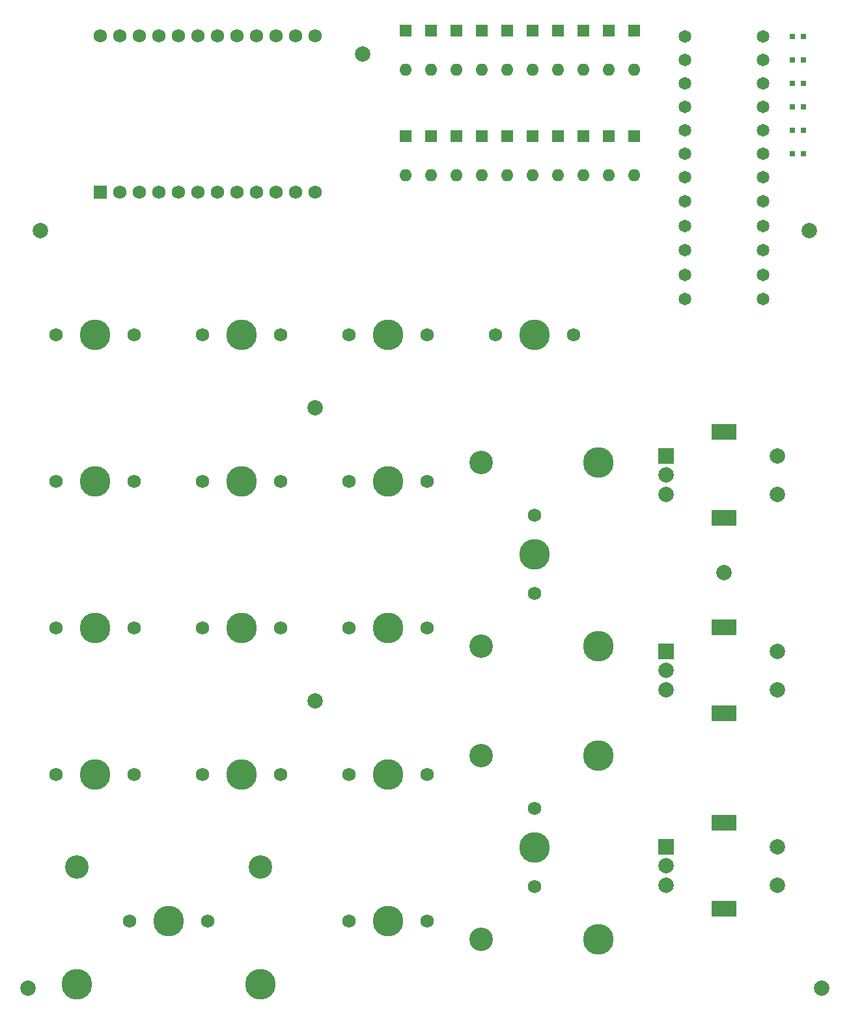
<source format=gts>
%TF.GenerationSoftware,KiCad,Pcbnew,(5.1.10)-1*%
%TF.CreationDate,2021-10-28T11:13:53+08:00*%
%TF.ProjectId,EGPad,45475061-642e-46b6-9963-61645f706362,rev?*%
%TF.SameCoordinates,Original*%
%TF.FileFunction,Soldermask,Top*%
%TF.FilePolarity,Negative*%
%FSLAX46Y46*%
G04 Gerber Fmt 4.6, Leading zero omitted, Abs format (unit mm)*
G04 Created by KiCad (PCBNEW (5.1.10)-1) date 2021-10-28 11:13:53*
%MOMM*%
%LPD*%
G01*
G04 APERTURE LIST*
%ADD10C,1.750000*%
%ADD11C,3.987800*%
%ADD12C,3.048000*%
%ADD13R,1.600000X1.600000*%
%ADD14O,1.600000X1.600000*%
%ADD15C,1.752600*%
%ADD16R,1.752600X1.752600*%
%ADD17C,2.000000*%
%ADD18R,3.200000X2.000000*%
%ADD19R,2.000000X2.000000*%
%ADD20C,1.651000*%
%ADD21R,0.800000X0.750000*%
G04 APERTURE END LIST*
D10*
%TO.C,MX15*%
X164623750Y-73818750D03*
X154463750Y-73818750D03*
D11*
X159543750Y-73818750D03*
%TD*%
%TO.C,MX5*%
X111918750Y-150018750D03*
D10*
X106838750Y-150018750D03*
X116998750Y-150018750D03*
D12*
X99980750Y-143033750D03*
X123856750Y-143033750D03*
D11*
X99980750Y-158273750D03*
X123856750Y-158273750D03*
%TD*%
%TO.C,MX17*%
X159543750Y-140493750D03*
D10*
X159543750Y-145573750D03*
X159543750Y-135413750D03*
D12*
X152558750Y-152431750D03*
X152558750Y-128555750D03*
D11*
X167798750Y-152431750D03*
X167798750Y-128555750D03*
%TD*%
%TO.C,MX16*%
X159543750Y-102393750D03*
D10*
X159543750Y-107473750D03*
X159543750Y-97313750D03*
D12*
X152558750Y-114331750D03*
X152558750Y-90455750D03*
D11*
X167798750Y-114331750D03*
X167798750Y-90455750D03*
%TD*%
D10*
%TO.C,MX11*%
X145573750Y-73818750D03*
X135413750Y-73818750D03*
D11*
X140493750Y-73818750D03*
%TD*%
D10*
%TO.C,MX8*%
X126523750Y-111918750D03*
X116363750Y-111918750D03*
D11*
X121443750Y-111918750D03*
%TD*%
D10*
%TO.C,MX4*%
X107473750Y-130968750D03*
X97313750Y-130968750D03*
D11*
X102393750Y-130968750D03*
%TD*%
D10*
%TO.C,MX14*%
X145573750Y-130968750D03*
X135413750Y-130968750D03*
D11*
X140493750Y-130968750D03*
%TD*%
D10*
%TO.C,MX13*%
X145573750Y-111918750D03*
X135413750Y-111918750D03*
D11*
X140493750Y-111918750D03*
%TD*%
D10*
%TO.C,MX12*%
X145573750Y-92868750D03*
X135413750Y-92868750D03*
D11*
X140493750Y-92868750D03*
%TD*%
D10*
%TO.C,MX10*%
X145573750Y-150018750D03*
X135413750Y-150018750D03*
D11*
X140493750Y-150018750D03*
%TD*%
D10*
%TO.C,MX9*%
X126523750Y-130968750D03*
X116363750Y-130968750D03*
D11*
X121443750Y-130968750D03*
%TD*%
D10*
%TO.C,MX7*%
X126523750Y-92868750D03*
X116363750Y-92868750D03*
D11*
X121443750Y-92868750D03*
%TD*%
D10*
%TO.C,MX6*%
X126523750Y-73818750D03*
X116363750Y-73818750D03*
D11*
X121443750Y-73818750D03*
%TD*%
D10*
%TO.C,MX3*%
X107473750Y-111918750D03*
X97313750Y-111918750D03*
D11*
X102393750Y-111918750D03*
%TD*%
D10*
%TO.C,MX2*%
X107473750Y-92868750D03*
X97313750Y-92868750D03*
D11*
X102393750Y-92868750D03*
%TD*%
D10*
%TO.C,MX1*%
X107473750Y-73818750D03*
X97313750Y-73818750D03*
D11*
X102393750Y-73818750D03*
%TD*%
D13*
%TO.C,D20*%
X172466000Y-34290000D03*
D14*
X172466000Y-39370000D03*
%TD*%
D13*
%TO.C,D19*%
X172466000Y-48006000D03*
D14*
X172466000Y-53086000D03*
%TD*%
D13*
%TO.C,D18*%
X169164000Y-48006000D03*
D14*
X169164000Y-53086000D03*
%TD*%
D13*
%TO.C,D17*%
X159258000Y-48006000D03*
D14*
X159258000Y-53086000D03*
%TD*%
D13*
%TO.C,D16*%
X162560000Y-48006000D03*
D14*
X162560000Y-53086000D03*
%TD*%
D13*
%TO.C,D15*%
X165862000Y-48006000D03*
D14*
X165862000Y-53086000D03*
%TD*%
%TO.C,D14*%
X152654000Y-53086000D03*
D13*
X152654000Y-48006000D03*
%TD*%
%TO.C,D13*%
X149352000Y-48006000D03*
D14*
X149352000Y-53086000D03*
%TD*%
D13*
%TO.C,D12*%
X146050000Y-48006000D03*
D14*
X146050000Y-53086000D03*
%TD*%
D13*
%TO.C,D11*%
X142748000Y-48006000D03*
D14*
X142748000Y-53086000D03*
%TD*%
D13*
%TO.C,D10*%
X155956000Y-48006000D03*
D14*
X155956000Y-53086000D03*
%TD*%
D13*
%TO.C,D9*%
X159258000Y-34290000D03*
D14*
X159258000Y-39370000D03*
%TD*%
D13*
%TO.C,D8*%
X162560000Y-34290000D03*
D14*
X162560000Y-39370000D03*
%TD*%
D13*
%TO.C,D7*%
X165862000Y-34290000D03*
D14*
X165862000Y-39370000D03*
%TD*%
D13*
%TO.C,D6*%
X169164000Y-34290000D03*
D14*
X169164000Y-39370000D03*
%TD*%
D13*
%TO.C,D5*%
X155956000Y-34290000D03*
D14*
X155956000Y-39370000D03*
%TD*%
D13*
%TO.C,D4*%
X152654000Y-34290000D03*
D14*
X152654000Y-39370000D03*
%TD*%
D13*
%TO.C,D3*%
X149352000Y-34290000D03*
D14*
X149352000Y-39370000D03*
%TD*%
D13*
%TO.C,D2*%
X146050000Y-34290000D03*
D14*
X146050000Y-39370000D03*
%TD*%
D13*
%TO.C,D1*%
X142748000Y-34290000D03*
D14*
X142748000Y-39370000D03*
%TD*%
D15*
%TO.C,U1*%
X103033610Y-35040202D03*
X130973610Y-55280202D03*
X105573610Y-35040202D03*
X108113610Y-35040202D03*
X110653610Y-35040202D03*
X113193610Y-35040202D03*
X115733610Y-35040202D03*
X118273610Y-35040202D03*
X120813610Y-35040202D03*
X123353610Y-35040202D03*
X125893610Y-35040202D03*
X128433610Y-35040202D03*
X130973610Y-35040202D03*
X128433610Y-55280202D03*
X125893610Y-55280202D03*
X123353610Y-55280202D03*
X120813610Y-55280202D03*
X118273610Y-55280202D03*
X115733610Y-55280202D03*
X113193610Y-55280202D03*
X110653610Y-55280202D03*
X108113610Y-55280202D03*
X105573610Y-55280202D03*
D16*
X103033610Y-55280202D03*
%TD*%
D17*
%TO.C,M2*%
X137160000Y-37338000D03*
%TD*%
%TO.C,M2*%
X184150000Y-104775000D03*
%TD*%
%TO.C,M2*%
X130968750Y-121443750D03*
%TD*%
%TO.C,M2*%
X130968750Y-83343750D03*
%TD*%
%TO.C,M2*%
X93662500Y-158750000D03*
%TD*%
%TO.C,M2*%
X196850000Y-158750000D03*
%TD*%
%TO.C,M2*%
X195262500Y-60325000D03*
%TD*%
%TO.C,M2*%
X95250000Y-60325000D03*
%TD*%
%TO.C,SW3*%
X191150000Y-145375000D03*
X191150000Y-140375000D03*
D18*
X184150000Y-148475000D03*
X184150000Y-137275000D03*
D17*
X176650000Y-145375000D03*
X176650000Y-142875000D03*
D19*
X176650000Y-140375000D03*
%TD*%
D17*
%TO.C,SW2*%
X191150000Y-119975000D03*
X191150000Y-114975000D03*
D18*
X184150000Y-123075000D03*
X184150000Y-111875000D03*
D17*
X176650000Y-119975000D03*
X176650000Y-117475000D03*
D19*
X176650000Y-114975000D03*
%TD*%
D17*
%TO.C,SW1*%
X191150000Y-94575000D03*
X191150000Y-89575000D03*
D18*
X184150000Y-97675000D03*
X184150000Y-86475000D03*
D17*
X176650000Y-94575000D03*
X176650000Y-92075000D03*
D19*
X176650000Y-89575000D03*
%TD*%
D20*
%TO.C,R12*%
X189293500Y-53340000D03*
X179133500Y-53340000D03*
%TD*%
%TO.C,R11*%
X189293500Y-56515000D03*
X179133500Y-56515000D03*
%TD*%
%TO.C,R10*%
X189293500Y-59690000D03*
X179133500Y-59690000D03*
%TD*%
%TO.C,R9*%
X189293500Y-62865000D03*
X179133500Y-62865000D03*
%TD*%
%TO.C,R8*%
X189293500Y-66040000D03*
X179133500Y-66040000D03*
%TD*%
%TO.C,R7*%
X189293500Y-69215000D03*
X179133500Y-69215000D03*
%TD*%
%TO.C,R6*%
X189230000Y-50292000D03*
X179070000Y-50292000D03*
%TD*%
%TO.C,R5*%
X189230000Y-47244000D03*
X179070000Y-47244000D03*
%TD*%
%TO.C,R4*%
X189230000Y-44196000D03*
X179070000Y-44196000D03*
%TD*%
%TO.C,R3*%
X189230000Y-41148000D03*
X179070000Y-41148000D03*
%TD*%
%TO.C,R2*%
X189230000Y-38100000D03*
X179070000Y-38100000D03*
%TD*%
%TO.C,R1*%
X189230000Y-35052000D03*
X179070000Y-35052000D03*
%TD*%
D21*
%TO.C,C6*%
X194552000Y-50292000D03*
X193052000Y-50292000D03*
%TD*%
%TO.C,C5*%
X194552000Y-47244000D03*
X193052000Y-47244000D03*
%TD*%
%TO.C,C4*%
X194552000Y-44196000D03*
X193052000Y-44196000D03*
%TD*%
%TO.C,C3*%
X194552000Y-41148000D03*
X193052000Y-41148000D03*
%TD*%
%TO.C,C2*%
X194552000Y-38100000D03*
X193052000Y-38100000D03*
%TD*%
%TO.C,C1*%
X194552000Y-35052000D03*
X193052000Y-35052000D03*
%TD*%
M02*

</source>
